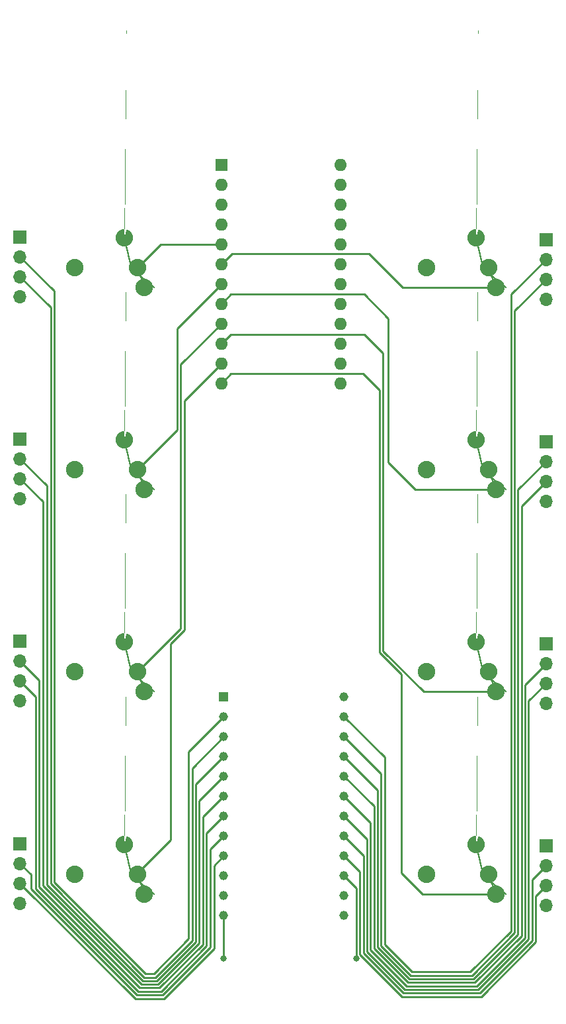
<source format=gtl>
G04 #@! TF.GenerationSoftware,KiCad,Pcbnew,7.0.2*
G04 #@! TF.CreationDate,2023-10-25T06:33:51-04:00*
G04 #@! TF.ProjectId,MacroPad Base,4d616372-6f50-4616-9420-426173652e6b,rev?*
G04 #@! TF.SameCoordinates,Original*
G04 #@! TF.FileFunction,Copper,L1,Top*
G04 #@! TF.FilePolarity,Positive*
%FSLAX46Y46*%
G04 Gerber Fmt 4.6, Leading zero omitted, Abs format (unit mm)*
G04 Created by KiCad (PCBNEW 7.0.2) date 2023-10-25 06:33:51*
%MOMM*%
%LPD*%
G01*
G04 APERTURE LIST*
G04 Aperture macros list*
%AMFreePoly0*
4,1,42,0.305846,1.074936,0.498157,1.000434,0.673504,0.891864,0.825916,0.752922,0.950203,0.588341,1.017866,0.452453,2.579378,1.070874,2.641060,1.074761,2.693245,1.041650,2.716002,0.984188,2.700638,0.924325,2.653021,0.884926,1.082219,0.262826,1.098571,0.205358,1.117600,0.000000,1.098571,-0.205358,1.042131,-0.403724,0.950203,-0.588341,0.825916,-0.752922,0.673504,-0.891864,
0.498157,-1.000434,0.305846,-1.074936,0.103119,-1.112833,-0.103119,-1.112833,-0.305846,-1.074936,-0.498157,-1.000434,-0.673504,-0.891864,-0.825916,-0.752922,-0.950203,-0.588341,-1.042131,-0.403724,-1.098571,-0.205358,-1.117600,0.000000,-1.098571,0.205358,-1.042131,0.403724,-0.950203,0.588341,-0.825916,0.752922,-0.673504,0.891864,-0.498157,1.000434,-0.305846,1.074936,-0.103119,1.112833,
0.103119,1.112833,0.305846,1.074936,0.305846,1.074936,$1*%
%AMFreePoly1*
4,1,50,0.305846,1.074936,0.498157,1.000434,0.673504,0.891864,0.825916,0.752922,0.950203,0.588341,1.042131,0.403724,1.098571,0.205358,1.117600,0.000000,1.098571,-0.205358,1.042131,-0.403724,0.950203,-0.588341,0.825916,-0.752922,0.673504,-0.891864,0.498157,-1.000434,0.354352,-1.056144,1.029360,-3.956856,3.897994,-6.259313,3.931880,-6.311000,3.928913,-6.372732,3.890227,-6.420930,
3.830599,-6.437185,3.772805,-6.415287,0.877205,-4.091187,0.876130,-4.089547,0.874325,-4.088785,0.859283,-4.063850,0.843320,-4.039500,0.843414,-4.037542,0.842402,-4.035865,0.159736,-1.102249,0.103119,-1.112833,-0.103119,-1.112833,-0.305846,-1.074936,-0.498157,-1.000434,-0.673504,-0.891864,-0.825916,-0.752922,-0.950203,-0.588341,-1.042131,-0.403724,-1.098571,-0.205358,-1.117600,0.000000,
-1.098571,0.205358,-1.042131,0.403724,-0.950203,0.588341,-0.825916,0.752922,-0.673504,0.891864,-0.498157,1.000434,-0.305846,1.074936,-0.103119,1.112833,0.103119,1.112833,0.305846,1.074936,0.305846,1.074936,$1*%
G04 Aperture macros list end*
G04 #@! TA.AperFunction,ComponentPad*
%ADD10FreePoly0,270.000000*%
G04 #@! TD*
G04 #@! TA.AperFunction,ComponentPad*
%ADD11C,2.235200*%
G04 #@! TD*
G04 #@! TA.AperFunction,ComponentPad*
%ADD12FreePoly1,270.000000*%
G04 #@! TD*
G04 #@! TA.AperFunction,ComponentPad*
%ADD13R,1.700000X1.700000*%
G04 #@! TD*
G04 #@! TA.AperFunction,ComponentPad*
%ADD14O,1.700000X1.700000*%
G04 #@! TD*
G04 #@! TA.AperFunction,ComponentPad*
%ADD15R,1.160000X1.160000*%
G04 #@! TD*
G04 #@! TA.AperFunction,ComponentPad*
%ADD16C,1.160000*%
G04 #@! TD*
G04 #@! TA.AperFunction,ComponentPad*
%ADD17R,1.600000X1.600000*%
G04 #@! TD*
G04 #@! TA.AperFunction,ComponentPad*
%ADD18O,1.600000X1.600000*%
G04 #@! TD*
G04 #@! TA.AperFunction,ViaPad*
%ADD19C,0.800000*%
G04 #@! TD*
G04 #@! TA.AperFunction,Conductor*
%ADD20C,0.250000*%
G04 #@! TD*
G04 APERTURE END LIST*
D10*
X105091700Y-89212000D03*
D11*
X105968000Y-91752000D03*
D12*
X103428000Y-85402000D03*
D11*
X97090700Y-89212000D03*
D13*
X112378000Y-111483000D03*
D14*
X112378000Y-114023000D03*
X112378000Y-116563000D03*
X112378000Y-119103000D03*
D13*
X45058000Y-111147000D03*
D14*
X45058000Y-113687000D03*
X45058000Y-116227000D03*
X45058000Y-118767000D03*
D10*
X60091700Y-63362000D03*
D11*
X60968000Y-65902000D03*
D12*
X58428000Y-59552000D03*
D11*
X52090700Y-63362000D03*
D13*
X112378000Y-59783000D03*
D14*
X112378000Y-62323000D03*
X112378000Y-64863000D03*
X112378000Y-67403000D03*
D10*
X105091700Y-37512000D03*
D11*
X105968000Y-40052000D03*
D12*
X103428000Y-33702000D03*
D11*
X97090700Y-37512000D03*
D13*
X45058000Y-33597000D03*
D14*
X45058000Y-36137000D03*
X45058000Y-38677000D03*
X45058000Y-41217000D03*
D10*
X60091700Y-115062000D03*
D11*
X60968000Y-117602000D03*
D12*
X58428000Y-111252000D03*
D11*
X52090700Y-115062000D03*
D15*
X71109000Y-92398000D03*
D16*
X71109000Y-94938000D03*
X71109000Y-97478000D03*
X71109000Y-100018000D03*
X71109000Y-102558000D03*
X71109000Y-105098000D03*
X71109000Y-107638000D03*
X71109000Y-110178000D03*
X71109000Y-112718000D03*
X71109000Y-115258000D03*
X71109000Y-117798000D03*
X71109000Y-120338000D03*
X86529000Y-120338000D03*
X86529000Y-117798000D03*
X86529000Y-115258000D03*
X86529000Y-112718000D03*
X86529000Y-110178000D03*
X86529000Y-107638000D03*
X86529000Y-105098000D03*
X86529000Y-102558000D03*
X86529000Y-100018000D03*
X86529000Y-97478000D03*
X86529000Y-94938000D03*
X86529000Y-92398000D03*
D10*
X105091700Y-63362000D03*
D11*
X105968000Y-65902000D03*
D12*
X103428000Y-59552000D03*
D11*
X97090700Y-63362000D03*
D13*
X45058000Y-85297000D03*
D14*
X45058000Y-87837000D03*
X45058000Y-90377000D03*
X45058000Y-92917000D03*
D13*
X112378000Y-85633000D03*
D14*
X112378000Y-88173000D03*
X112378000Y-90713000D03*
X112378000Y-93253000D03*
D13*
X112378000Y-33933000D03*
D14*
X112378000Y-36473000D03*
X112378000Y-39013000D03*
X112378000Y-41553000D03*
D17*
X70812000Y-24387000D03*
D18*
X70812000Y-26927000D03*
X70812000Y-29467000D03*
X70812000Y-32007000D03*
X70812000Y-34547000D03*
X70812000Y-37087000D03*
X70812000Y-39627000D03*
X70812000Y-42167000D03*
X70812000Y-44707000D03*
X70812000Y-47247000D03*
X70812000Y-49787000D03*
X70812000Y-52327000D03*
X86052000Y-52327000D03*
X86052000Y-49787000D03*
X86052000Y-47247000D03*
X86052000Y-44707000D03*
X86052000Y-42167000D03*
X86052000Y-39627000D03*
X86052000Y-37087000D03*
X86052000Y-34547000D03*
X86052000Y-32007000D03*
X86052000Y-29467000D03*
X86052000Y-26927000D03*
X86052000Y-24387000D03*
D10*
X60091700Y-89212000D03*
D11*
X60968000Y-91752000D03*
D12*
X58428000Y-85402000D03*
D11*
X52090700Y-89212000D03*
D10*
X60091700Y-37512000D03*
D11*
X60968000Y-40052000D03*
D12*
X58428000Y-33702000D03*
D11*
X52090700Y-37512000D03*
D10*
X105091700Y-115062000D03*
D11*
X105968000Y-117602000D03*
D12*
X103428000Y-111252000D03*
D11*
X97090700Y-115062000D03*
D13*
X45058000Y-59447000D03*
D14*
X45058000Y-61987000D03*
X45058000Y-64527000D03*
X45058000Y-67067000D03*
D19*
X88096000Y-125868000D03*
X71113000Y-125868000D03*
D20*
X65168000Y-58285700D02*
X60091700Y-63362000D01*
X65168000Y-45282000D02*
X65168000Y-58285700D01*
X70812000Y-39638000D02*
X65168000Y-45282000D01*
X70812000Y-39627000D02*
X70812000Y-39638000D01*
X89003000Y-51083000D02*
X72056000Y-51083000D01*
X91076000Y-86696396D02*
X91076000Y-53156000D01*
X93855000Y-89475396D02*
X91076000Y-86696396D01*
X93855000Y-114910000D02*
X93855000Y-89475396D01*
X91076000Y-53156000D02*
X89003000Y-51083000D01*
X96547000Y-117602000D02*
X93855000Y-114910000D01*
X72056000Y-51083000D02*
X70812000Y-52327000D01*
X105968000Y-117602000D02*
X96547000Y-117602000D01*
X92175000Y-62428000D02*
X95649000Y-65902000D01*
X92175000Y-44035000D02*
X92175000Y-62428000D01*
X89093000Y-40953000D02*
X92175000Y-44035000D01*
X95649000Y-65902000D02*
X105968000Y-65902000D01*
X72026000Y-40953000D02*
X89093000Y-40953000D01*
X70812000Y-42167000D02*
X72026000Y-40953000D01*
X72014000Y-46045000D02*
X70812000Y-47247000D01*
X89101000Y-46045000D02*
X72014000Y-46045000D01*
X91526000Y-48470000D02*
X89101000Y-46045000D01*
X91526000Y-86510000D02*
X91526000Y-48470000D01*
X96768000Y-91752000D02*
X91526000Y-86510000D01*
X105968000Y-91752000D02*
X96768000Y-91752000D01*
X70812000Y-49787000D02*
X66068000Y-54531000D01*
X66068000Y-54600000D02*
X66068000Y-83872096D01*
X66068000Y-54531000D02*
X66068000Y-54600000D01*
X70812000Y-44707000D02*
X65618000Y-49901000D01*
X65618000Y-50070000D02*
X65618000Y-83685700D01*
X65618000Y-49901000D02*
X65618000Y-50070000D01*
X72189000Y-35710000D02*
X70812000Y-37087000D01*
X89728000Y-35710000D02*
X72189000Y-35710000D01*
X94070000Y-40052000D02*
X89728000Y-35710000D01*
X105968000Y-40052000D02*
X94070000Y-40052000D01*
X63056700Y-34547000D02*
X70812000Y-34547000D01*
X60091700Y-37512000D02*
X63056700Y-34547000D01*
X86529000Y-115258000D02*
X88122000Y-116851000D01*
X88122000Y-116851000D02*
X88122000Y-125861000D01*
X71109000Y-120338000D02*
X71109000Y-125857000D01*
X65618000Y-83685700D02*
X60091700Y-89212000D01*
X66068000Y-83872096D02*
X64324000Y-85616096D01*
X64324000Y-85616096D02*
X64324000Y-110712000D01*
X60091700Y-114944300D02*
X60091700Y-115062000D01*
X64324000Y-110712000D02*
X60091700Y-114944300D01*
X66644208Y-99400792D02*
X71107000Y-94938000D01*
X71107000Y-94938000D02*
X71109000Y-94938000D01*
X66644208Y-123331302D02*
X66644208Y-99400792D01*
X49416000Y-40495000D02*
X49416000Y-116085000D01*
X45058000Y-36137000D02*
X49416000Y-40495000D01*
X61128000Y-127797000D02*
X62178510Y-127797000D01*
X49416000Y-116085000D02*
X61128000Y-127797000D01*
X62178510Y-127797000D02*
X66644208Y-123331302D01*
X45058000Y-38677000D02*
X48966000Y-42585000D01*
X48966000Y-116271812D02*
X60945490Y-128251302D01*
X48966000Y-42585000D02*
X48966000Y-116271812D01*
X67094208Y-123517698D02*
X67094208Y-101492792D01*
X62360604Y-128251302D02*
X67094208Y-123517698D01*
X60945490Y-128251302D02*
X62360604Y-128251302D01*
X67094208Y-101492792D02*
X71109000Y-97478000D01*
X62547000Y-128701302D02*
X67544208Y-123704094D01*
X67544208Y-123704094D02*
X67544208Y-103582792D01*
X45058000Y-61987000D02*
X48472000Y-65401000D01*
X60759094Y-128701302D02*
X62547000Y-128701302D01*
X67544208Y-103582792D02*
X71109000Y-100018000D01*
X48472000Y-116414208D02*
X60759094Y-128701302D01*
X48472000Y-65401000D02*
X48472000Y-116414208D01*
X47974000Y-84731000D02*
X47951000Y-84754000D01*
X67994208Y-105672792D02*
X71109000Y-102558000D01*
X67994208Y-123898208D02*
X67994208Y-105672792D01*
X47951000Y-116529604D02*
X60572698Y-129151302D01*
X47974000Y-67443000D02*
X47974000Y-84731000D01*
X45058000Y-64527000D02*
X47974000Y-67443000D01*
X47951000Y-84754000D02*
X47951000Y-116529604D01*
X62741114Y-129151302D02*
X67994208Y-123898208D01*
X60572698Y-129151302D02*
X62741114Y-129151302D01*
X62927510Y-129601302D02*
X68469000Y-124059812D01*
X60386302Y-129601302D02*
X62927510Y-129601302D01*
X68469000Y-107738000D02*
X71109000Y-105098000D01*
X68469000Y-124059812D02*
X68469000Y-107738000D01*
X47501000Y-116716000D02*
X60386302Y-129601302D01*
X45058000Y-87837000D02*
X47501000Y-90280000D01*
X47501000Y-90280000D02*
X47501000Y-116716000D01*
X68919000Y-109828000D02*
X71109000Y-107638000D01*
X45058000Y-90377000D02*
X47051000Y-92370000D01*
X68919000Y-124246208D02*
X68919000Y-109828000D01*
X60156302Y-130051302D02*
X63113906Y-130051302D01*
X47051000Y-116946000D02*
X60156302Y-130051302D01*
X47051000Y-92370000D02*
X47051000Y-116946000D01*
X63113906Y-130051302D02*
X68919000Y-124246208D01*
X69438000Y-111849000D02*
X71109000Y-110178000D01*
X69438000Y-124363604D02*
X69438000Y-111849000D01*
X63300302Y-130501302D02*
X69438000Y-124363604D01*
X45058000Y-113687000D02*
X46446000Y-115075000D01*
X46446000Y-116978604D02*
X59968698Y-130501302D01*
X46446000Y-115075000D02*
X46446000Y-116978604D01*
X59968698Y-130501302D02*
X63300302Y-130501302D01*
X69888000Y-113939000D02*
X71109000Y-112718000D01*
X69888000Y-124550000D02*
X69888000Y-113939000D01*
X45058000Y-116227000D02*
X59804000Y-130973000D01*
X63465000Y-130973000D02*
X69888000Y-124550000D01*
X59804000Y-130973000D02*
X63465000Y-130973000D01*
X111103000Y-123703000D02*
X104095698Y-130710302D01*
X88572000Y-125318695D02*
X88572000Y-114761000D01*
X111103000Y-117838000D02*
X111103000Y-123703000D01*
X88572000Y-114761000D02*
X86529000Y-112718000D01*
X93963607Y-130710302D02*
X88572000Y-125318695D01*
X112378000Y-116563000D02*
X111103000Y-117838000D01*
X104095698Y-130710302D02*
X93963607Y-130710302D01*
X103909302Y-130260302D02*
X94150003Y-130260302D01*
X94150003Y-130260302D02*
X89022000Y-125132299D01*
X110653000Y-115748000D02*
X110653000Y-123516604D01*
X110653000Y-123516604D02*
X103909302Y-130260302D01*
X89022000Y-125132299D02*
X89022000Y-112671000D01*
X112378000Y-114023000D02*
X110653000Y-115748000D01*
X89022000Y-112671000D02*
X86529000Y-110178000D01*
X110152000Y-92939000D02*
X110152000Y-123381208D01*
X94336399Y-129810302D02*
X89472000Y-124945903D01*
X112378000Y-90713000D02*
X110152000Y-92939000D01*
X89472000Y-124945903D02*
X89472000Y-110581000D01*
X110152000Y-123381208D02*
X103722906Y-129810302D01*
X89472000Y-110581000D02*
X86529000Y-107638000D01*
X103722906Y-129810302D02*
X94336399Y-129810302D01*
X109702000Y-90849000D02*
X109702000Y-123194812D01*
X89922000Y-124759507D02*
X89922000Y-108491000D01*
X112378000Y-88173000D02*
X109702000Y-90849000D01*
X89922000Y-108491000D02*
X86529000Y-105098000D01*
X109702000Y-123194812D02*
X103536510Y-129360302D01*
X103536510Y-129360302D02*
X94522795Y-129360302D01*
X94522795Y-129360302D02*
X89922000Y-124759507D01*
X109246000Y-67995000D02*
X109246000Y-122935000D01*
X103270698Y-128910302D02*
X94709191Y-128910302D01*
X94709191Y-128910302D02*
X90372000Y-124573111D01*
X109246000Y-122935000D02*
X103270698Y-128910302D01*
X90372000Y-124573111D02*
X90372000Y-106401000D01*
X90372000Y-106401000D02*
X86529000Y-102558000D01*
X112378000Y-64863000D02*
X109246000Y-67995000D01*
X90822000Y-124386715D02*
X90822000Y-104311000D01*
X108796000Y-65905000D02*
X108796000Y-65948000D01*
X112378000Y-62323000D02*
X108796000Y-65905000D01*
X108796000Y-65948000D02*
X108796000Y-122748604D01*
X103084302Y-128460302D02*
X94895587Y-128460302D01*
X94895587Y-128460302D02*
X90822000Y-124386715D01*
X108796000Y-122748604D02*
X103084302Y-128460302D01*
X90822000Y-104311000D02*
X86529000Y-100018000D01*
X108363000Y-43028000D02*
X108346000Y-43028000D01*
X112378000Y-39013000D02*
X108363000Y-43028000D01*
X108346000Y-122562208D02*
X102897906Y-128010302D01*
X102897906Y-128010302D02*
X95081983Y-128010302D01*
X91272000Y-124200319D02*
X91272000Y-102221000D01*
X108346000Y-43028000D02*
X108346000Y-122562208D01*
X91272000Y-102221000D02*
X86529000Y-97478000D01*
X95081983Y-128010302D02*
X91272000Y-124200319D01*
X95268379Y-127560302D02*
X91722000Y-124013923D01*
X91722000Y-124013923D02*
X91722000Y-100131000D01*
X102711510Y-127560302D02*
X95268379Y-127560302D01*
X107896000Y-122375812D02*
X102711510Y-127560302D01*
X112378000Y-36473000D02*
X107896000Y-40955000D01*
X91722000Y-100131000D02*
X86529000Y-94938000D01*
X107896000Y-40955000D02*
X107896000Y-122375812D01*
M02*

</source>
